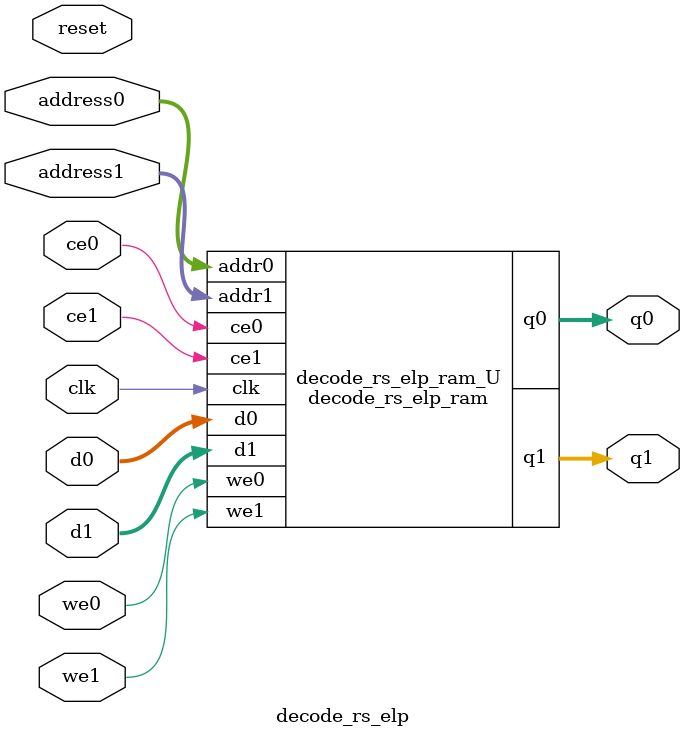
<source format=v>
`timescale 1 ns / 1 ps
module decode_rs_elp_ram (addr0, ce0, d0, we0, q0, addr1, ce1, d1, we1, q1,  clk);

parameter DWIDTH = 32;
parameter AWIDTH = 9;
parameter MEM_SIZE = 440;

input[AWIDTH-1:0] addr0;
input ce0;
input[DWIDTH-1:0] d0;
input we0;
output reg[DWIDTH-1:0] q0;
input[AWIDTH-1:0] addr1;
input ce1;
input[DWIDTH-1:0] d1;
input we1;
output reg[DWIDTH-1:0] q1;
input clk;

reg [DWIDTH-1:0] ram[0:MEM_SIZE-1];




always @(posedge clk)  
begin 
    if (ce0) begin
        if (we0) 
            ram[addr0] <= d0; 
        q0 <= ram[addr0];
    end
end


always @(posedge clk)  
begin 
    if (ce1) begin
        if (we1) 
            ram[addr1] <= d1; 
        q1 <= ram[addr1];
    end
end


endmodule

`timescale 1 ns / 1 ps
module decode_rs_elp(
    reset,
    clk,
    address0,
    ce0,
    we0,
    d0,
    q0,
    address1,
    ce1,
    we1,
    d1,
    q1);

parameter DataWidth = 32'd32;
parameter AddressRange = 32'd440;
parameter AddressWidth = 32'd9;
input reset;
input clk;
input[AddressWidth - 1:0] address0;
input ce0;
input we0;
input[DataWidth - 1:0] d0;
output[DataWidth - 1:0] q0;
input[AddressWidth - 1:0] address1;
input ce1;
input we1;
input[DataWidth - 1:0] d1;
output[DataWidth - 1:0] q1;



decode_rs_elp_ram decode_rs_elp_ram_U(
    .clk( clk ),
    .addr0( address0 ),
    .ce0( ce0 ),
    .we0( we0 ),
    .d0( d0 ),
    .q0( q0 ),
    .addr1( address1 ),
    .ce1( ce1 ),
    .we1( we1 ),
    .d1( d1 ),
    .q1( q1 ));

endmodule


</source>
